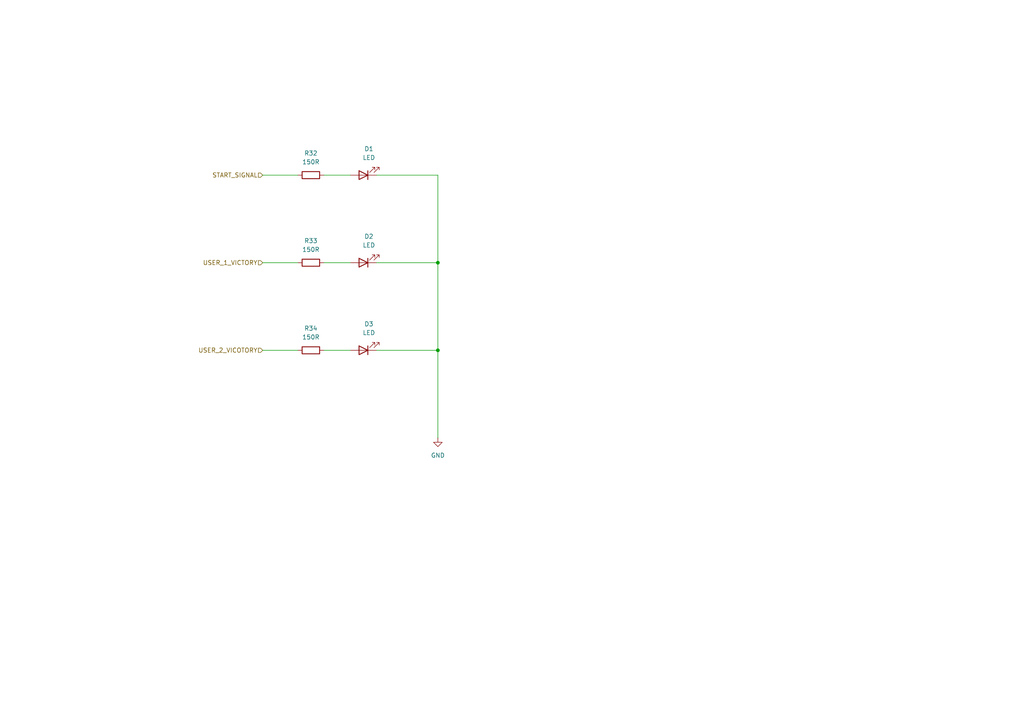
<source format=kicad_sch>
(kicad_sch (version 20231120) (generator "eeschema") (generator_version "8.0")
  (paper "A4")
  (lib_symbols
    (symbol "Device:LED" (pin_numbers hide) (pin_names (offset 1.016) hide)
      (property "Reference" "D" (at 0 2.54 0))
      (property "Value" "LED" (at 0 -2.54 0))
      (symbol "LED_0_1"
        (polyline (pts (xy -1.27 -1.27) (xy -1.27 1.27)) (stroke (width 0.254)))
        (polyline (pts (xy -1.27 0) (xy 1.27 0)))
        (polyline (pts (xy 1.27 -1.27) (xy 1.27 1.27) (xy -1.27 0) (xy 1.27 -1.27)) (stroke (width 0.254)))
        (polyline (pts (xy -3.048 -0.762) (xy -4.572 -2.286) (xy -3.81 -2.286) (xy -4.572 -2.286) (xy -4.572 -1.524)))
        (polyline (pts (xy -1.778 -0.762) (xy -3.302 -2.286) (xy -2.54 -2.286) (xy -3.302 -2.286) (xy -3.302 -1.524)))
      )
      (symbol "LED_1_1"
        (pin passive line (at -3.81 0 0) (length 2.54) (name "K") (number "1"))
        (pin passive line (at 3.81 0 180) (length 2.54) (name "A") (number "2"))
      )
    )
    (symbol "Device:R" (pin_numbers hide) (pin_names (offset 0))
      (property "Reference" "R" (at 2.032 0 90))
      (property "Value" "R" (at 0 0 90))
      (symbol "R_0_1"
        (rectangle (start -1.016 -2.54) (end 1.016 2.54) (stroke (width 0.254)))
      )
      (symbol "R_1_1"
        (pin passive line (at 0 3.81 270) (length 1.27) (name "~") (number "1"))
        (pin passive line (at 0 -3.81 90) (length 1.27) (name "~") (number "2"))
      )
    )
    (symbol "power:GND" (power) (pin_numbers hide) (pin_names (offset 0) hide)
      (property "Value" "GND" (at 0 -3.81 0))
      (symbol "GND_0_1"
        (polyline (pts (xy 0 0) (xy 0 -1.27) (xy 1.27 -1.27) (xy 0 -2.54) (xy -1.27 -1.27) (xy 0 -1.27)))
      )
      (symbol "GND_1_1"
        (pin power_in line (at 0 0 270) (length 0) (name "~") (number "1"))
      )
    )
  )
  (junction (at 127 76.2))
  (junction (at 127 101.6))
  (wire (pts (xy 127 50.8) (xy 109.22 50.8)))
  (wire (pts (xy 93.98 50.8) (xy 101.6 50.8)))
  (wire (pts (xy 76.2 101.6) (xy 86.36 101.6)))
  (wire (pts (xy 127 101.6) (xy 127 76.2)))
  (wire (pts (xy 109.22 76.2) (xy 127 76.2)))
  (wire (pts (xy 76.2 76.2) (xy 86.36 76.2)))
  (wire (pts (xy 109.22 101.6) (xy 127 101.6)))
  (wire (pts (xy 127 101.6) (xy 127 127)))
  (wire (pts (xy 127 76.2) (xy 127 50.8)))
  (wire (pts (xy 93.98 101.6) (xy 101.6 101.6)))
  (wire (pts (xy 76.2 50.8) (xy 86.36 50.8)))
  (wire (pts (xy 93.98 76.2) (xy 101.6 76.2)))
  (hierarchical_label "USER_2_VICOTORY" (shape input) (at 76.2 101.6 180))
  (hierarchical_label "USER_1_VICTORY" (shape input) (at 76.2 76.2 180))
  (hierarchical_label "START_SIGNAL" (shape input) (at 76.2 50.8 180))
  (symbol (lib_id "Device:R") (at 90.17 101.6 90) (unit 1)
    (property "Reference" "R34" (at 90.17 95.25 90))
    (property "Value" "150R" (at 90.17 97.79 90))
    (property "Footprint" "Resistor_THT:R_Axial_DIN0207_L6.3mm_D2.5mm_P10.16mm_Horizontal" (effects (hide yes)))
    (property "Description" "Resistor" (effects (hide yes)))
  )
  (symbol (lib_id "Device:LED") (at 105.41 101.6 180) (unit 1)
    (property "Reference" "D3" (at 106.9975 93.98 0))
    (property "Value" "LED" (at 106.9975 96.52 0))
    (property "Footprint" "LED_THT:LED_D4.0mm" (effects (hide yes)))
    (property "Description" "Light emitting diode" (effects (hide yes)))
  )
  (symbol (lib_id "Device:R") (at 90.17 76.2 90) (unit 1)
    (property "Reference" "R33" (at 90.17 69.85 90))
    (property "Value" "150R" (at 90.17 72.39 90))
    (property "Footprint" "Resistor_THT:R_Axial_DIN0207_L6.3mm_D2.5mm_P10.16mm_Horizontal" (effects (hide yes)))
    (property "Description" "Resistor" (effects (hide yes)))
  )
  (symbol (lib_id "Device:LED") (at 105.41 76.2 180) (unit 1)
    (property "Reference" "D2" (at 106.9975 68.58 0))
    (property "Value" "LED" (at 106.9975 71.12 0))
    (property "Footprint" "LED_THT:LED_D4.0mm" (effects (hide yes)))
    (property "Description" "Light emitting diode" (effects (hide yes)))
  )
  (symbol (lib_id "Device:LED") (at 105.41 50.8 180) (unit 1)
    (property "Reference" "D1" (at 106.9975 43.18 0))
    (property "Value" "LED" (at 106.9975 45.72 0))
    (property "Footprint" "LED_THT:LED_D4.0mm" (effects (hide yes)))
    (property "Description" "Light emitting diode" (effects (hide yes)))
  )
  (symbol (lib_id "power:GND") (at 127 127 0) (unit 1)
    (property "Reference" "#PWR030" (effects (hide yes)))
    (property "Value" "GND" (at 127 132.08 0))
    (property "Description" "Power symbol creates a global label with name \"GND\" , ground" (effects (hide yes)))
  )
  (symbol (lib_id "Device:R") (at 90.17 50.8 90) (unit 1)
    (property "Reference" "R32" (at 90.17 44.45 90))
    (property "Value" "150R" (at 90.17 46.99 90))
    (property "Footprint" "Resistor_THT:R_Axial_DIN0207_L6.3mm_D2.5mm_P10.16mm_Horizontal" (effects (hide yes)))
    (property "Description" "Resistor" (effects (hide yes)))
  )
)
</source>
